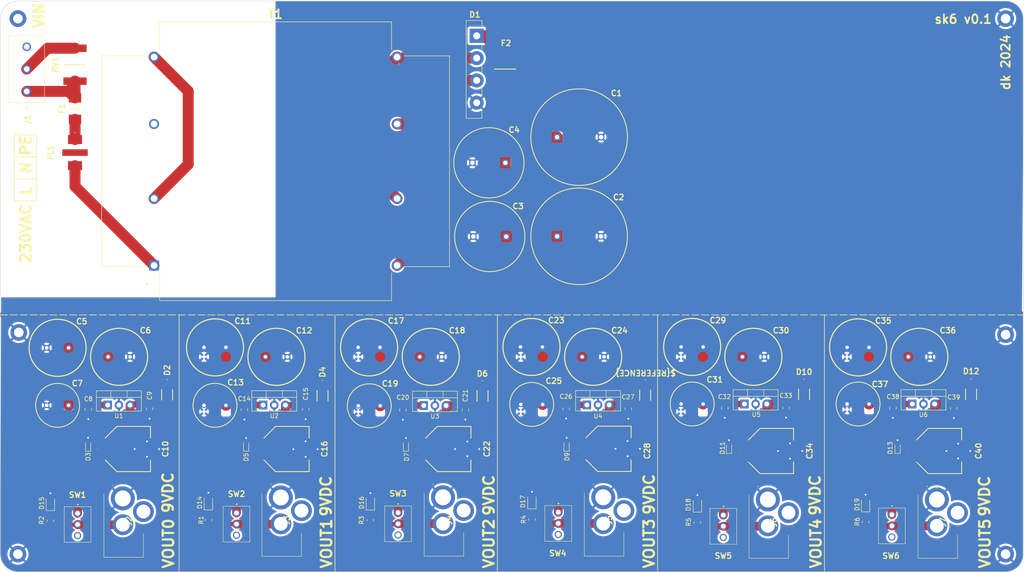
<source format=kicad_pcb>
(kicad_pcb (version 20240108) (generator "pcbnew") (generator_version "8.0")
  (layers (0 "F.Cu" signal) (31 "B.Cu" power) (34 "B.Paste" user) (35 "F.Paste" user) (36 "B.SilkS" user "B.Silkscreen") (37 "F.SilkS" user "F.Silkscreen") (38 "B.Mask" user) (39 "F.Mask" user) (44 "Edge.Cuts" user))
  (net 0 "")
  (net 1 "GND")
  (net 2 "/230VAC/+12VDC")
  (net 3 "/9VDC1/+9VDC")
  (net 4 "/9VDC2/+9VDC")
  (net 5 "/9VDC3/+9VDC")
  (net 6 "/9VDC4/+9VDC")
  (net 7 "/9VDC5/+9VDC")
  (net 8 "/9VDC6/+9VDC")
  (net 9 "Net-(F1-Pad2)")
  (net 10 "/230VAC/+230VAC")
  (net 11 "/230VAC/NEUTRAL")
  (net 12 "Net-(FL1-Pad2)")
  (net 13 "/IND1/VOUT")
  (net 14 "/IND2/VOUT")
  (net 15 "/IND3/VOUT")
  (net 16 "/IND4/VOUT")
  (net 17 "/IND5/VOUT")
  (net 18 "/IND6/VOUT")
  (net 19 "Net-(T1-Pad2)")
  (net 20 "/230VAC/TOUT-")
  (net 21 "/230VAC/TOUT+")
  (net 22 "/230VAC/DOUT+")
  (net 24 "Net-(D14-K)")
  (net 25 "Net-(D15-K)")
  (net 26 "Net-(D16-K)")
  (net 27 "Net-(D17-K)")
  (net 28 "Net-(D18-K)")
  (net 29 "Net-(D19-K)")
  (footprint "barrel-jack:PJ002A" (layer "F.Cu") (at 157.15 135.5537 90)
    (property "Reference" "J5")
    (property "Value" "Barrel_Jack" (hide yes))
  )
  (footprint "polyfuse:FUSC7451X180N" (layer "F.Cu") (at 134.814 38.0037 -90)
    (property "Reference" "F2" (hide yes))
    (property "Value" "Polyfuse" (hide yes))
  )
  (footprint "Capacitor_SMD:C_0805_2012Metric" (layer "F.Cu") (at 111.5 115.65 -90)
    (property "Reference" "C20")
    (property "Value" "0.1u" (hide yes))
  )
  (footprint "barrel-jack:PJ002A" (layer "F.Cu") (at 120.65 135.5537 90)
    (property "Reference" "J4")
    (property "Value" "Barrel_Jack" (hide yes))
  )
  (footprint "Package_TO_SOT_THT:TO-220-3_Vertical" (layer "F.Cu") (at 79.66 114.545)
    (property "Reference" "U2")
    (property "Value" "LM7809_TO220" (hide yes))
  )
  (footprint "switch:200MSP1T1B1M2QEH" (layer "F.Cu") (at 73.6 139.12 -90)
    (property "Reference" "SW2" (hide yes))
    (property "Value" "SW_DIP_x01" (hide yes))
  )
  (footprint "Diode_SMD:D_SOD-523" (layer "F.Cu") (at 148.8 123.8 90)
    (property "Reference" "D9" (hide yes))
    (property "Value" "D_TVS" (hide yes))
  )
  (footprint "Diode_SMD:D_SOD-523" (layer "F.Cu") (at 112.2 123.8 90)
    (property "Reference" "D7")
    (property "Value" "D_TVS" (hide yes))
  )
  (footprint "cap-2200u:CAPPRD750W80D1600H3800" (layer "F.Cu") (at 134.85 59.35 180)
    (property "Reference" "C4" (hide yes))
    (property "Value" "2.2m" (hide yes))
  )
  (footprint "cap-470u:ESH_13X20_" (layer "F.Cu") (at 215.2 101.4 180)
    (property "Reference" "C35" (hide yes))
    (property "Value" "470u" (hide yes))
  )
  (footprint "diode:SE8D20DHM3H" (layer "F.Cu") (at 166.7 112.3 -90)
    (property "Reference" "D8" (hide yes))
    (property "Value" "D" (hide yes))
  )
  (footprint "cap-470u:ESH_13X20_" (layer "F.Cu") (at 68.7 101.4 180)
    (property "Reference" "C11" (hide yes))
    (property "Value" "470u" (hide yes))
  )
  (footprint "fuse:FUSC6125X279N" (layer "F.Cu") (at 36.814 47.0037 -90)
    (property "Reference" "F1" (hide yes))
    (property "Value" "Fuse" (hide yes))
  )
  (footprint "Diode_SMD:D_0805_2012Metric" (layer "F.Cu") (at 67.2 136.7375 90)
    (property "Reference" "D14")
    (property "Value" "LED" (hide yes))
  )
  (footprint "Capacitor_SMD:C_0805_2012Metric" (layer "F.Cu") (at 39.85 115.5537 -90)
    (property "Reference" "C8")
    (property "Value" "0.1u" (hide yes))
  )
  (footprint "fp10-4800:XFMR_FP10-4800" (layer "F.Cu") (at 82.5 59 90)
    (property "Reference" "T1")
    (property "Value" "FP10-4800" (hide yes))
  )
  (footprint "varistor:VARC8250X200N" (layer "F.Cu") (at 36.814 37.0037 90)
    (property "Reference" "RV1" (hide yes))
    (property "Value" "Varistor" (hide yes))
  )
  (footprint "MountingHole:MountingHole_2.2mm_M2_ISO14580_Pad" (layer "F.Cu") (at 23.814 26.5037)
    (property "Reference" "H3" (hide yes))
    (property "Value" "MountingHole_Pad" (hide yes))
  )
  (footprint "MountingHole:MountingHole_2.2mm_M2_ISO14580_Pad" (layer "F.Cu") (at 23.814 148.5037)
    (property "Reference" "H4" (hide yes))
    (property "Value" "MountingHole_Pad" (hide yes))
  )
  (footprint "cap-330u:CAPPRD500W60D1000H2200" (layer "F.Cu") (at 71.2 114.6 180)
    (property "Reference" "C13" (hide yes))
    (property "Value" "330u" (hide yes))
  )
  (footprint "switch:200MSP1T1B1M2QEH" (layer "F.Cu") (at 222.9 139.52 -90)
    (property "Reference" "SW6" (hide yes))
    (property "Value" "SW_DIP_x01" (hide yes))
  )
  (footprint "cap-470u:ESH_13X20_" (layer "F.Cu") (at 140.8 101.3 180)
    (property "Reference" "C23" (hide yes))
    (property "Value" "470u" (hide yes))
  )
  (footprint "Capacitor_SMD:C_0805_2012Metric" (layer "F.Cu") (at 223.151 115.25 -90)
    (property "Reference" "C38")
    (property "Value" "0.1u" (hide yes))
  )
  (footprint "cap-470u:ESH_13X20_" (layer "F.Cu") (at 229.151 103.5537)
    (property "Reference" "C36" (hide yes))
    (property "Value" "470u" (hide yes))
  )
  (footprint "Package_TO_SOT_THT:TO-220-3_Vertical" (layer "F.Cu") (at 153.42 114.5)
    (property "Reference" "U4")
    (property "Value" "LM7809_TO220" (hide yes))
  )
  (footprint "cap-4700u:CAPPRD1000W80D2200H3700" (layer "F.Cu") (at 146.65 53.5)
    (property "Reference" "C1" (hide yes))
    (property "Value" "4.7m" (hide yes))
  )
  (footprint "Resistor_SMD:R_0805_2012Metric" (layer "F.Cu") (at 140.9 140.6 90)
    (property "Reference" "R4")
    (property "Value" "680" (hide yes))
  )
  (footprint "Diode_SMD:D_0805_2012Metric" (layer "F.Cu") (at 140.895 136.4925 90)
    (property "Reference" "D17")
    (property "Value" "LED" (hide yes))
  )
  (footprint "Diode_SMD:D_SOD-523" (layer "F.Cu") (at 75.8 123.8 90)
    (property "Reference" "D5")
    (property "Value" "D_TVS" (hide yes))
  )
  (footprint "cap-470u:ESH_13X20_" (layer "F.Cu") (at 177.4 101.3 180)
    (property "Reference" "C29" (hide yes))
    (property "Value" "470u" (hide yes))
  )
  (footprint "emif:SBSGP5000472MXT" (layer "F.Cu") (at 36.814 57.0287 -90)
    (property "Reference" "FL1" (hide yes))
    (property "Value" "SBSGP5000472MXT" (hide yes))
  )
  (footprint "MountingHole:MountingHole_2.2mm_M2_ISO14580_Pad" (layer "F.Cu") (at 248.814 98.5037)
    (property "Reference" "H2" (hide yes))
    (property "Value" "MountingHole_Pad" (hide yes))
  )
  (footprint "Diode_SMD:D_0805_2012Metric" (layer "F.Cu") (at 104.1 136.7625 90)
    (property "Reference" "D16")
    (property "Value" "LED" (hide yes))
  )
  (footprint "switch:200MSP1T1B1M2QEH" (layer "F.Cu") (at 184.5 139.62 -90)
    (property "Reference" "SW5" (hide yes))
    (property "Value" "SW_DIP_x01" (hide yes))
  )
  (footprint "cap-470u:ESH_13X20_" (layer "F.Cu") (at 82.7 103.5537)
    (property "Reference" "C12" (hide yes))
    (property "Value" "470u" (hide yes))
  )
  (footprint "Capacitor_SMD:C_0805_2012Metric" (layer "F.Cu") (at 237 115.3 -90)
    (property "Reference" "C39")
    (property "Value" "0.1u" (hide yes))
  )
  (footprint "cap-470u:ESH_13X20_" (layer "F.Cu") (at 103.8 101.4 180)
    (property "Reference" "C17" (hide yes))
    (property "Value" "470u" (hide yes))
  )
  (footprint "cap-33u:EEE0JA152UAP" (layer "F.Cu") (at 233.651 125.0037)
    (property "Reference" "C40" (hide yes))
    (property "Value" "33u" (hide yes))
  )
  (footprint "cap-33u:EEE0JA152UAP" (layer "F.Cu") (at 48.85 124.5537)
    (property "Reference" "C10" (hide yes))
    (property "Value" "33u" (hide yes))
  )
  (footprint "diode:SE8D20DHM3H" (layer "F.Cu") (at 93.2 112.4 -90)
    (property "Reference" "D4" (hide yes))
    (property "Value" "D" (hide yes))
  )
  (footprint "cap-470u:ESH_13X20_" (layer "F.Cu") (at 32.85 101.5 180)
    (property "Reference" "C5" (hide yes))
    (property "Value" "470u" (hide yes))
  )
  (footprint "Capacitor_SMD:C_0805_2012Metric" (layer "F.Cu") (at 75.4 115.6 -90)
    (property "Reference" "C14")
    (property "Value" "0.1u" (hide yes))
  )
  (footprint "cap-33u:EEE0JA152UAP" (layer "F.Cu") (at 121.85 124.5537)
    (property "Reference" "C22" (hide yes))
    (property "Value" "33u" (hide yes))
  )
  (footprint "cap-2200u:CAPPRD750W80D1600H3800" (layer "F.Cu") (at 135.05 76.15 180)
    (property "Reference" "C3" (hide yes))
    (property "Value" "2.2m" (hide yes))
  )
  (footprint "barrel-jack:PJ002A" (layer "F.Cu") (at 47.7 135.8 90)
    (property "Reference" "J2")
    (property "Value" "Barrel_Jack" (hide yes))
  )
  (footprint "Resistor_SMD:R_0805_2012Metric" (layer "F.Cu") (at 104.08 140.7625 90)
    (property "Reference" "R3")
    (property "Value" "680" (hide yes))
  )
  (footprint "barrel-jack:PJ002A" (layer "F.Cu") (at 83.7 135.6 90)
    (property "Reference" "J3")
    (property "Value" "Barrel_Jack" (hide yes))
  )
  (footprint "Resistor_SMD:R_0805_2012Metric" (layer "F.Cu") (at 216.9 141.1875 90)
    (property "Reference" "R6")
    (property "Value" "680" (hide yes))
  )
  (footprint "Diode_SMD:D_0805_2012Metric" (layer "F.Cu") (at 216.9 137.1875 90)
    (property "Reference" "D19")
    (property "Value" "LED" (hide yes))
  )
  (footprint "cap-470u:ESH_13X20_" (layer "F.Cu") (at 154.85 103.5537)
    (property "Reference" "C24" (hide yes))
    (property "Value" "470u" (hide yes))
  )
  (footprint "MountingHole:MountingHole_2.2mm_M2_ISO14580_Pad" (layer "F.Cu") (at 24 98)
    (property "Reference" "H1" (hide yes))
    (property "Value" "MountingHole_Pad" (hide yes))
  )
  (footprint "barrel-jack:PJ002A" (layer "F.Cu") (at 194.65 136.0537 90)
    (property "Reference" "J6")
    (property "Value" "Barrel_Jack" (hide yes))
  )
  (footprint "Diode_SMD:D_0805_2012Metric" (layer "F.Cu") (at 178.6 137.2475 90)
    (property "Reference" "D18")
    (property "Value" "LED" (hide yes))
  )
  (footprint "diode:SE8D20DHM3H" (layer "F.Cu") (at 240.951 112.1 -90)
    (property "Reference" "D12" (hide yes))
    (property "Value" "D" (hide yes))
  )
  (footprint "Diode_SMD:D_SOD-523" (layer "F.Cu") (at 224.2 124.3 90)
    (property "Reference" "D13" (hide yes))
    (property "Value" "D_TVS" (hide yes))
  )
  (footprint "Diode_SMD:D_0805_2012Metric" (layer "F.Cu") (at 31.2 136.8875 90)
    (property "Reference" "D15")
    (property "Value" "LED" (hide yes))
  )
  (footprint "switch:200MSP1T1B1M2QEH" (layer "F.Cu") (at 110.4 139.06 -90)
    (property "Reference" "SW3" (hide yes))
    (property "Value" "SW_DIP_x01" (hide yes))
  )
  (footprint "cap-470u:ESH_13X20_" (layer "F.Cu") (at 191.35 103.5537)
    (property "Reference" "C30" (hide yes))
    (property "Value" "470u" (hide yes))
  )
  (footprint "cap-470u:ESH_13X20_" (layer "F.Cu") (at 117.85 103.5537)
    (property "Reference" "C18" (hide yes))
    (property "Value" "470u" (hide yes))
  )
  (footprint "Capacitor_SMD:C_0805_2012Metric" (layer "F.Cu") (at 53.8 115.4 -90)
    (property "Reference" "C9")
    (property "Value" "0.1u" (hide yes))
  )
  (footprint "Capacitor_SMD:C_0805_2012Metric" (layer "F.Cu") (at 184.85 115.25 -90)
    (property "Reference" "C32")
    (property "Value" "0.1u" (hide yes))
  )
  (footprint "Capacitor_SMD:C_0805_2012Metric" (layer "F.Cu") (at 162.85 115.4 -90)
    (property "Reference" "C27")
    (property "Value" "0.1u" (hide yes))
  )
  (footprint "diode:SE8D20DHM3H" (layer "F.Cu") (at 57.8 112.2 -90)
    (property "Reference" "D2" (hide yes))
    (property "Value" "D" (hide yes))
  )
  (footprint "Capacitor_SMD:C_0805_2012Metric" (layer "F.Cu") (at 148.7 115.4 -90)
    (property "Reference" "C26")
    (property "Value" "0.1u" (hide yes))
  )
  (footprint "cap-33u:EEE0JA152UAP" (layer "F.Cu") (at 158.35 124.5037)
    (property "Reference" "C28" (hide yes))
    (property "Value" "33u" (hide yes))
  )
  (footprint "cap-330u:CAPPRD500W60D1000H2200" (layer "F.Cu") (at 106.35 114.7 180)
    (property "Reference" "C19")
    (property "Value" "330u" (hide yes))
  )
  (footprint "MountingHole:MountingHole_2.2mm_M2_ISO14580_Pad" (layer "F.Cu") (at 248.814 26.5037)
    (property "Reference" "H6" (hide yes))
    (property "Value" "MountingHole_Pad" (hide yes))
  )
  (footprint "cap-4700u:CAPPRD1000W80D2200H3700" (layer "F.Cu") (at 146.65 76.1)
    (property "Reference" "C2" (hide yes))
    (property "Value" "4.7m" (hide yes))
  )
  (footprint "Capacitor_SMD:C_0805_2012Metric" (layer "F.Cu") (at 125.75 115.6463 -90)
    (property "Reference" "C21")
    (property "Value" "0.1u" (hide yes))
  )
  (footprint "Package_TO_SOT_THT:TO-220-3_Vertical" (layer "F.Cu") (at 189.32 114.3)
    (property "Reference" "U5")
    (property "Value" "LM7809_TO220" (hide yes))
  )
  (footprint "conn-5430373:5430373" (layer "F.Cu") (at 25.814 43.0837 90)
    (property "Reference" "J1" (hide yes))
    (property "Value" "AC" (hide yes))
  )
  (footprint "Capacitor_SMD:C_0805_2012Metric" (layer "F.Cu") (at 198.8 115.2 -90)
    (property "Reference" "C33")
    (property "Value" "0.1u" (hide yes))
  )
  (footprint "Diode_SMD:D_SOD-523" (layer "F.Cu") (at 185.8 124.3 90)
    (property "Reference" "D11")
    (property "Value" "D_TVS" (hide yes))
  )
  (footprint "Resistor_SMD:R_0805_2012Metric" (layer "F.Cu") (at 67.2 140.7375 90)
    (property "Reference" "R1")
    (property "Value" "680" (hide yes))
  )
  (footprint "Package_TO_SOT_THT:TO-220-3_Vertical" (layer "F.Cu") (at 44.27 114.545)
    (property "Reference" "U1")
    (property "Value" "LM7809_TO220" (hide yes))
  )
  (footprint "cap-330u:CAPPRD500W60D1000H2200" (layer "F.Cu") (at 35.35 114.6 180)
    (property "Reference" "C7" (hide yes))
    (property "Value" "330u" (hide yes))
  )
  (footprint "cap-33u:EEE0JA152UAP" (layer "F.Cu") (at 195.35 125.0037)
    (property "Reference" "C34" (hide yes))
    (property "Value" "33u" (hide yes))
  )
  (footprint "switch:200MSP1T1B1M2QEH" (layer "F.Cu") (at 37.4 139.2 -90)
    (property "Reference" "SW1" (hide yes))
    (property "Value" "SW_DIP_x01" (hide yes))
  )
  (footprint "cap-330u:CAPPRD500W60D1000H2200" (layer "F.Cu") (at 217.7 114.3 180)
    (property "Reference" "C37" (hide yes))
    (property "Value" "330u" (hide yes))
  )
  (footprint "Package_TO_SOT_THT:TO-220-3_Vertical" (layer "F.Cu") (at 116.27 114.6463)
    (property "Reference" "U3")
    (property "Value" "LM7809_TO220" (hide yes))
  )
  (footprint "cap-33u:EEE0JA152UAP" (layer "F.Cu") (at 85 124.5537)
    (property "Reference" "C16" (hide yes))
    (property "Value" "33u" (hide yes))
  )
  (footprint "Package_TO_SOT_THT:TO-220-3_Vertical" (layer "F.Cu") (at 227.56 114.3)
    (property "Reference" "U6")
    (property "Value" "LM7809_TO220" (hide yes))
  )
  (footprint "cap-470u:ESH_13X20_" (layer "F.Cu") (at 46.85 103.5537)
    (property "Reference" "C6" (hide yes))
    (property "Value" "470u" (hide yes))
  )
  (footprint "diode:SE8D20DHM3H" (layer "F.Cu") (at 202.9 112.1 -90)
    (property "Reference" "D10" (hide yes))
    (property "Value" "D" (hide yes))
  )
  (footprint "MountingHole:MountingHole_2.2mm_M2_ISO14580_Pad" (layer "F.Cu") (at 248.814 148.5037)
    (property "Reference" "H5" (hide yes))
    (property "Value" "MountingHole_Pad" (hide yes))
  )
  (footprint "barrel-jack:PJ002A" (layer "F.Cu") (at 233.151 136.0537 90)
    (property "Reference" "J7")
    (property "Value" "Barrel_Jack" (hide yes))
  )
  (footprint "Resistor_SMD:R_0805_2012Metric" (layer "F.Cu") (at 31.2 140.8875 90)
    (property "Reference" "R2")
    (property "Value" "680" (hide yes))
  )
  (footprint "Resistor_SMD:R_0805_2012Metric" (layer "F.Cu") (at 178.6 141.2875 90)
    (property "Reference" "R5")
    (property "Value" "680" (hide yes))
  )
  (footprint "Diode_SMD:D_SOD-523" (layer "F.Cu") (at 39.8 123.8 90)
    (property "Reference" "D3")
    (property "Value" "D_TVS" (hide yes))
  )
  (footprint "Capacitor_SMD:C_0805_2012Metric" (layer "F.Cu") (at 89.35 115.5037 -90)
    (property "Reference" "C15")
    (property "Value" "0.1u" (hide yes))
  )
  (footprint "cap-330u:CAPPRD500W60D1000H2200" (layer "F.Cu") (at 179.9 114.3 180)
    (property "Reference" "C31" (hide yes))
    (property "Value" "330u" (hide yes))
  )
  (footprint "switch:200MSP1T1B1M2QEH" (layer "F.Cu") (at 146.9 138.96 -90)
    (property "Reference" "SW4" (hide yes))
    (property "Value" "SW_DIP_x01" (hide yes))
  )
  (footprint "Diode_THT:Diode_Bridge_Vishay_GBU" (layer "F.Cu") (at 128.314 30.4237 -90)
    (property "Reference" "D1")
    (property "Value" "B25C5000" (hide yes))
  )
  (footprint "diode:SE8D20DHM3H" (layer "F.Cu") (at 129.65 112.45 -90)
    (property "Reference" "D6" (hide yes))
    (property "Value" "D" (hide yes))
  )
  (footprint "cap-330u:CAPPRD500W60D1000H2200" (layer "F.Cu") (at 143.35 114.4 180)
    (property "Reference" "C25" (hide yes))
    (property "Value" "330u" (hide yes))
  )
  (gr_line (start 23 58) (end 23 68) (stroke (width 0.15)) (layer "F.SilkS"))
  (gr_line (start 133.036 94) (end 133.036 152.5) (stroke (width 0.15)) (layer "F.SilkS"))
  (gr_line (start 28 58) (end 28 53) (stroke (width 0.15)) (layer "F.SilkS"))
  (gr_line (start 23 63) (end 28 63) (stroke (width 0.15)) (layer "F.SilkS"))
  (gr_line (start 23 68) (end 28 68) (stroke (width 0.15)) (layer "F.SilkS"))
  (gr_line (start 96.036 94) (end 96.036 152.5) (stroke (width 0.15)) (layer "F.SilkS"))
  (gr_line (start 19.8 94) (end 252.8 94) (stroke (width 0.15) (type dash)) (layer "F.SilkS"))
  (gr_line (start 23 53) (end 23 58) (stroke (width 0.15)) (layer "F.SilkS"))
  (gr_line (start 28 58) (end 23 58) (stroke (width 0.15)) (layer "F.SilkS"))
  (gr_line (start 60.536 94) (end 60.536 152.5) (stroke (width 0.15)) (layer "F.SilkS"))
  (gr_line (start 28 68) (end 28 58) (stroke (width 0.15)) (layer "F.SilkS"))
  (gr_line (start 207.536 94) (end 207.536 152.5) (stroke (width 0.15)) (layer "F.SilkS"))
  (gr_line (start 169.536 94) (end 169.536 152.5) (stroke (width 0.15)) (layer "F.SilkS"))
  (gr_line (start 28 53) (end 23 53) (stroke (width 0.15)) (layer "F.SilkS"))
  (gr_line (start 19.814 148.5037) (end 19.814 26.5037) (stroke (width 0.1)) (layer "Edge.Cuts"))
  (gr_arc (start 252.814 148.5037) (mid 251.642427 151.332127) (end 248.814 152.5037) (stroke (width 0.1)) (layer "Edge.Cuts"))
  (gr_line (start 23.814 152.5037) (end 248.814 152.5037) (stroke (width 0.1)) (layer "Edge.Cuts"))
  (gr_arc (start 23.814 152.5037) (mid 20.985573 151.332127) (end 19.814 148.5037) (stroke (width 0.1)) (layer "Edge.Cuts"))
  (gr_arc (start 19.814 26.5037) (mid 20.985573 23.675273) (end 23.814 22.5037) (stroke (width 0.1)) (layer "Edge.Cuts"))
  (gr_arc (start 248.814 22.5037) (mid 251.642427 23.675273) (end 252.814 26.5037) (stroke (width 0.1)) (layer "Edge.Cuts"))
  (gr_line (start 23.814 22.5037) (end 248.814 22.5037) (stroke (width 0.1)) (layer "Edge.Cuts"))
  (gr_line (start 252.814 148.5037) (end 252.814 26.5037) (stroke (width 0.1)) (layer "Edge.Cuts"))
  (gr_text "9VDC" (at 95.4 140.2 90) (layer "F.SilkS") (effects (font (size 2.4 2.4) (thickness 0.5) (bold yes)) (justify left bottom)))
  (gr_text "VIN" (at 30 29 90) (layer "F.SilkS") (effects (font (size 2.4 2.4) (thickness 0.5) (bold yes)) (justify left bottom)))
  (gr_text "VOUT5" (at 245.5 152 90) (layer "F.SilkS") (effects (font (size 2.4 2.4) (thickness 0.5) (bold yes)) (justify left bottom)))
  (gr_text "VOUT3" (at 169 152 90) (layer "F.SilkS") (effects (font (size 2.4 2.4) (thickness 0.5) (bold yes)) (justify left bottom)))
  (gr_text "L" (at 27 67 90) (layer "F.SilkS") (effects (font (size 2.4 2.4) (thickness 0.5) (bold yes)) (justify left bottom)))
  (gr_text "${REFERENCE}" (at 166.8 107.2 180) (layer "F.SilkS") (effects (font (size 1.27 1.27) (thickness 0.254))))
  (gr_text "sk6 v0.1" (at 232.4 27.8 0) (layer "F.SilkS") (effects (font (size 2 2) (thickness 0.4) (bold yes)) (justify left bottom)))
  (gr_text "VOUT0" (at 59.5 152 90) (layer "F.SilkS") (effects (font (size 2.4 2.4) (thickness 0.5) (bold yes)) (justify left bottom)))
  (gr_text "SW1" (at 37.4 135 0) (layer "F.SilkS") (effects (font (size 1.27 1.27) (thickness 0.254))))
  (gr_text "PE\n" (at 27 58 90) (layer "F.SilkS") (effects (font (size 2.4 2.4) (thickness 0.5) (bold yes)) (justify left bottom)))
  (gr_text "9VDC" (at 245.4 140.2 90) (layer "F.SilkS") (effects (font (size 2.4 2.4) (thickness 0.5) (bold yes)) (justify left bottom)))
  (gr_text "9VDC" (at 169 139.8 90) (layer "F.SilkS") (effects (font (size 2.4 2.4) (thickness 0.5) (bold yes)) (justify left bottom)))
  (gr_text "VOUT1" (at 95.5 152 90) (layer "F.SilkS") (effects (font (size 2.4 2.4) (thickness 0.5) (bold yes)) (justify left bottom)))
  (gr_text "9VDC" (at 59.4 139.4 90) (layer "F.SilkS") (effects (font (size 2.4 2.4) (thickness 0.5) (bold yes)) (justify left bottom)))
  (gr_text "dk 2024" (at 250 43 90) (layer "F.SilkS") (effects (font (size 2 2) (thickness 0.4) (bold yes)) (justify left bottom)))
  (gr_text "N\n" (at 27 62 90) (layer "F.SilkS") (effects (font (size 2.4 2.4) (thickness 0.5) (bold yes)) (justify left bottom)))
  (gr_text "9VDC" (at 132.5 140 90) (layer "F.SilkS") (effects (font (size 2.4 2.4) (thickness 0.5) (bold yes)) (justify left bottom)))
  (gr_text "230VAC" (at 27 82.5 90) (layer "F.SilkS") (effects (font (size 2.4 2.4) (thickness 0.5) (bold yes)) (justify left bottom)))
  (gr_text "VOUT4" (at 207 152 90) (layer "F.SilkS") (effects (font (size 2.4 2.4) (thickness 0.5) (bold yes)) (justify left bottom)))
  (gr_text "9VDC" (at 206.8 140 90) (layer "F.SilkS") (effects (font (size 2.4 2.4) (thickness 0.5) (bold yes)) (justify left bottom)))
  (gr_text "VOUT2" (at 132.5 152 90) (layer "F.SilkS") (effects (font (size 2.4 2.4) (thickness 0.5) (bold yes)) (justify left bottom)))
  (segment (start 148.8 123.1) (end 148.8 122) (width 1) (layer "F.Cu") (net 1))
  (segment (start 238.001 125.0037) (end 240.7463 125.0037) (width 1) (layer "F.Cu") (net 1))
  (segment (start 140.895 134.305) (end 140.9 134.3) (width 1) (layer "F.Cu") (net 1))
  (segment (start 223.15 117.45) (end 223.15 116.201) (width 1) (layer "F.Cu") (net 1))
  (segment (start 53.2 122.8) (end 53.2 124.5537) (width 1) (layer "F.Cu") (net 1))
  (segment (start 235.3 125) (end 237.9973 125) (width 1) (layer "F.Cu") (net 1))
  (segment (start 104.1 134.6) (end 104.1 135.825) (width 1) (layer "F.Cu") (net 1))
  (segment (start 67.2 134.5) (end 67.2 135.8) (width 1) (layer "F.Cu") (net 1))
  (segment (start 89.3963 124.6) (end 89.35 124.5537) (width 1) (layer "F.Cu") (net 1))
  (segment (start 53.2037 124.55) (end 53.2 124.5537) (width 1) (layer "F.Cu") (net 1))
  (segment (start 89.35 126.35) (end 89.35 124.5537) (width 1) (layer "F.Cu") (net 1))
  (segment (start 238 125.0027) (end 238.001 125.0037) (width 1) (layer "F.Cu") (net 1))
  (segment (start 86.55 124.6) (end 89.3037 124.6) (width 1) (layer "F.Cu") (net 1))
  (segment (start 199.7 125.0037) (end 199.7 123.3) (width 1) (layer "F.Cu") (net 1))
  (segment (start 199.7 125.0037) (end 196.9537 125.0037) (width 1) (layer "F.Cu") (net 1))
  (segment (start 223.15 116.201) (end 223.151 116.2) (width 1) (layer "F.Cu") (net 1))
  (segment (start 89.3037 124.6) (end 89.35 124.5537) (width 1) (layer "F.Cu") (net 1))
  (segment (start 39.8 122) (end 39.8 123.1) (width 1) (layer "F.Cu") (net 1))
  (segment (start 159.9537 124.5037) (end 159.95 124.5) (width 1) (layer "F.Cu") (net 1))
  (segment (start 178.6 136.31) (end 178.6 135.05) (width 1) (layer "F.Cu") (net 1))
  (segment (start 162.7 124.5037) (end 159.9537 124.5037) (width 1) (layer "F.Cu") (net 1))
  (segment (start 111.5 117.9) (end 111.5 116.6) (width 1) (layer "F.Cu") (net 1))
  (segment (start 162.7 124.5037) (end 165.4963 124.5037) (width 1) (layer "F.Cu") (net 1))
  (segment (start 199.7 126.75) (end 199.7 125.0037) (width 1) (layer "F.Cu") (net 1))
  (segment (start 123.4 124.55) (end 126.1963 124.55) (width 1) (layer "F.Cu") (net 1))
  (segment (start 162.7 124.5037) (end 162.7 122.75) (width 1) (layer "F.Cu") (net 1))
  (segment (start 140.895 135.555) (end 140.895 134.305) (width 1) (layer "F.Cu") (net 1))
  (segment (start 50.4 124.55) (end 53.1963 124.55) (width 1) (layer "F.Cu") (net 1))
  (segment (start 202.5 125) (end 199.7037 125) (width 1) (layer "F.Cu") (net 1))
  (segment (start 126.2 126.2) (end 126.2 124.5537) (width 1) (layer "F.Cu") (net 1))
  (segment (start 196.9537 125.0037) (end 196.95 125) (width 1) (layer "F.Cu") (net 1))
  (segment (start 75.8 122.05) (end 75.8 123.1) (width 1) (layer "F.Cu") (net 1))
  (segment (start 240.7463 125.0037) (end 240.75 125) (width 1) (layer "F.Cu") (net 1))
  (segment (start 112.2 122.05) (end 112.2 123.1) (width 1) (layer "F.Cu") (net 1))
  (segment (start 224.2 123.6) (end 224.2 122.55) (width 1) (layer "F.Cu") (net 1))
  (segment (start 126.2 122.85) (end 126.2 124.5537) (width 1) (layer "F.Cu") (net 1))
  (segment (start 92.1 124.6) (end 89.3963 124.6) (width 1) (layer "F.Cu") (net 1))
  (segment (start 237 117.5) (end 237 116.25) (width 1) (layer "F.Cu") (net 1))
  (segment (start 89.35 122.8) (end 89.35 124.5537) (width 1) (layer "F.Cu") (net 1))
  (segment (start 39.85 117.75) (end 39.85 116.5037) (width 1) (layer "F.Cu") (net 1))
  (segment (start 238.001 126.699) (end 238 126.7) (width 1) (layer "F.Cu") (net 1))
  (segment (start 165.4963 124.5037) (end 165.5 124.5) (width 1) (layer "F.Cu") (net 1))
  (segment (start 53.1963 124.55) (end 53.2 124.5537) (width 1) (layer "F.Cu") (net 1))
  (segment (start 148.7 117.6) (end 148.7 116.35) (width 1) (layer "F.Cu") (net 1))
  (segment (start 89.35 117.75) (end 89.35 116.4537) (width 1) (layer "F.Cu") (net 1))
  (segment (start 216.9 136.25) (end 216.9 134.95) (width 1) (layer "F.Cu") (net 1))
  (segment (start 53.8 117.65) (end 53.8 116.35) (width 1) (layer "F.Cu") (net 1))
  (segment (start 184.85 117.45) (end 184.85 116.2) (width 1) (layer "F.Cu") (net 1))
  (segment (start 75.4 117.85) (end 75.4 116.55) (width 1) (layer "F.Cu") (net 1))
  (segment (start 237.9973 125) (end 238.001 125.0037) (width 1) (layer "F.Cu") (net 1))
  (segment (start 53.2 126.3) (end 53.2 124.5537) (width 1) (layer "F.Cu") (net 1))
  (segment (start 31.2 134.65) (end 31.2 135.95) (width 1) (layer "F.Cu") (net 1))
  (segment (start 128.9 124.55) (end 126.2037 124.55) (width 1) (layer "F.Cu") (net 1))
  (segment (start 162.7 126.2) (end 162.7 124.5037) (width 1) (layer "F.Cu") (net 1))
  (segment (start 185.8 123.6) (end 185.8 122.55) (width 1) (layer "F.Cu") (net 1))
  (segment (start 55.95 124.55) (end 53.2037 124.55) (width 1) (layer "F.Cu") (net 1))
  (segment (start 198.8 117.4) (end 198.8 116.15) (width 1) (layer "F.Cu") (net 1))
  (segment (start 125.75 117.85) (end 125.75 116.5963) (width 1) (layer "F.Cu") (net 1))
  (segment (start 238.001 125.0037) (end 238.001 126.699) (width 1) (layer "F.Cu") (net 1))
  (segment (start 126.2037 124.55) (end 126.2 124.5537) (width 1) (layer "F.Cu") (net 1))
  (segment (start 126.1963 124.55) (end 126.2 124.5537) (width 1) (layer "F.Cu") (net 1))
  (segment (start 199.7037 125) (end 199.7 125.0037) (width 1) (layer "F.Cu") (net 1))
  (segment (start 238 123.35) (end 238 125.0027) (width 1) (layer "F.Cu") (net 1))
  (segment (start 162.85 117.65) (end 162.85 116.35) (width 1) (layer "F.Cu") (net 1))
  (via (at 165.5 124.5) (size 0.8) (drill 0.4) (layers "F.Cu" "B.Cu") (net 1))
  (via (at 89.35 117.75) (size 0.8) (drill 0.4) (layers "F.Cu" "B.Cu") (net 1))
  (via (at 39.8 122) (size 0.8) (drill 0.4) (layers "F.Cu" "B.Cu") (net 1))
  (via (at 184.85 117.45) (size 0.8) (drill 0.4) (layers "F.Cu" "B.Cu") (net 1))
  (via (at 50.4 124.55) (size 0.8) (drill 0.4) (layers "F.Cu" "B.Cu") (net 1))
  (via (at 126.2 126.2) (size 0.8) (drill 0.4) (layers "F.Cu" "B.Cu") (net 1))
  (via (at 53.8 117.65) (size 0.8) (drill 0.4) (layers "F.Cu" "B.Cu") (net 1))
  (via (at 75.8 122.05) (size 0.8) (drill 0.4) (layers "F.Cu" "B.Cu") (net 1))
  (via (at 39.85 117.75) (size 0.8) (drill 0.4) (layers "F.Cu" "B.Cu") (net 1))
  (via (at 224.2 122.55) (size 0.8) (drill 0.4) (layers "F.Cu" "B.Cu") (net 1))
  (via (at 162.7 122.75) (size 0.8) (drill 0.4) (layers "F.Cu" "B.Cu") (net 1))
  (via (at 148.7 117.6) (size 0.8) (drill 0.4) (layers "F.Cu" "B.Cu") (net 1))
  (via (at 126.2 122.85) (size 0.8) (drill 0.4) (layers "F.Cu" "B.Cu") (net 1))
  (via (at 112.2 122.05) (size 0.8) (drill 0.4) (layers "F.Cu" "B.Cu") (net 1))
  (via (at 89.35 126.35) (size 0.8) (drill 0.4) (layers "F.Cu" "B.Cu") (net 1))
  (via (at 53.2 122.8) (size 0.8) (drill 0.4) (layers "F.Cu" "B.Cu") (net 1))
  (via (at 92.1 124.6) (size 0.8) (drill 0.4) (layers "F.Cu" "B.Cu") (net 1))
  (via (at 53.2 126.3) (size 0.8) (drill 0.4) (layers "F.Cu" "B.Cu") (net 1))
  (via (at 235.3 125) (size 0.8) (drill 0.4) (layers "F.Cu" "B.Cu") (net 1))
  (via (at 140.9 134.3) (size 0.8) (drill 0.4) (layers "F.Cu" "B.Cu") (net 1))
  (via (at 223.15 117.45) (size 0.8) (drill 0.4) (layers "F.Cu" "B.Cu") (net 1))
  (via (at 240.75 125) (size 0.8) (drill 0.4) (layers "F.Cu" "B.Cu") (net 1))
  (via (at 162.7 126.2) (size 0.8) (drill 0.4) (layers "F.Cu" "B.Cu") (net 1))
  (via (at 67.2 134.5) (size 0.8) (drill 0.4) (layers "F.Cu" "B.Cu") (net 1))
  (via (at 162.85 117.65) (size 0.8) (drill 0.4) (layers "F.Cu" "B.Cu") (net 1))
  (via (at 238 126.7) (size 0.8) (drill 0.4) (layers "F.Cu" "B.Cu") (net 1))
  (via (at 238 123.35) (size 0.8) (drill 0.4) (layers "F.Cu" "B.Cu") (net 1))
  (via (at 185.8 122.55) (size 0.8) (drill 0.4) (layers "F.Cu" "B.Cu") (net 1))
  (via (at 199.7 123.3) (size 0.8) (drill 0.4) (layers "F.Cu" "B.Cu") (net 1))
  (via (at 89.35 122.8) (size 0.8) (drill 0.4) (layers "F.Cu" "B.Cu") (net 1))
  (via (at 75.4 117.85) (size 0.8) (drill 0.4) (layers "F.Cu" "B.Cu") (net 1))
  (via (at 148.8 122) (size 0.8) (drill 0.4) (layers "F.Cu" "B.Cu") (net 1))
  (via (at 128.9 124.55) (size 0.8) (drill 0.4) (layers "F.Cu" "B.Cu") (net 1))
  (via (at 159.95 124.5) (size 0.8) (drill 0.4) (layers "F.Cu" "B.Cu") (net 1))
  (via (at 31.2 134.65) (size 0.8) (drill 0.4) (layers "F.Cu" "B.Cu") (net 1))
  (via (at 123.4 124.55) (size 0.8) (drill 0.4) (layers "F.Cu" "B.Cu") (net 1))
  (via (at 86.55 124.6) (size 0.8) (drill 0.4) (layers "F.Cu" "B.Cu") (net 1))
  (via (at 125.75 117.85) (size 0.8) (drill 0.4) (layers "F.Cu" "B.Cu") (net 1))
  (via (at 198.8 117.4) (size 0.8) (drill 0.4) (layers "F.Cu" "B.Cu") (net 1))
  (via (at 178.6 135.05) (size 0.8) (drill 0.4) (layers "F.Cu" "B.Cu") (net 1))
  (via (at 104.1 134.6) (size 0.8) (drill 0.4) (layers "F.Cu" "B.Cu") (net 1))
  (via (at 237 117.5) (size 0.8) (drill 0.4) (layers "F.Cu" "B.Cu") (net 1))
  (via (at 55.95 124.55) (size 0.8) (drill 0.4) (layers "F.Cu" "B.Cu") (net 1))
  (via (at 196.95 125) (size 0.8) (drill 0.4) (layers "F.Cu" "B.Cu") (net 1))
  (via (at 216.9 134.95) (size 0.8) (drill 0.4) (layers "F.Cu" "B.Cu") (net 1))
  (via (at 202.5 125) (size 0.8) (drill 0.4) (layers "F.Cu" "B.Cu") (net 1))
  (via (at 111.5 117.9) (size 0.8) (drill 0.4) (layers "F.Cu" "B.Cu") (net 1))
  (via (at 199.7 126.75) (size 0.8) (drill 0.4) (layers "F.Cu" "B.Cu") (net 1))
  (segment (start 21.064 93.95) (end 146.7 93.95) (width 2.5) (layer "F.Cu") (net 2))
  (segment (start 35.35 101.5) (end 44.25 101.5) (width 2.5) (layer "F.Cu") (net 2))
  (segment (start 226.651 103.5537) (end 232.9973 109.9) (width 2.5) (layer "F.Cu") (net 2))
  (segment (start 106.3 94.1) (end 106.4 94) (width 2.5) (layer "F.Cu") (net 2))
  (segment (start 217.7 101.4) (end 217.7 114.3) (width 2.5) (layer "F.Cu") (net 2))
  (segment (start 80.2 103.5537) (end 86.8463 110.2) (width 2.5) (layer "F.Cu") (net 2))
  (segment (start 135.1 76.1) (end 135.05 76.15) (width 2.5) (layer "F.Cu") (net 2))
  (segment (start 44.35 101.4) (end 44.35 94.05) (width 2.5) (layer "F.Cu") (net 2))
  (segment (start 71.2 94.05) (end 71.25 94) (width 2.5) (layer "F.Cu") (net 2))
  (segment (start 152.35 101.3) (end 152.35 93.95) (width 2.5) (layer "F.Cu") (net 2))
  (segment (start 106.3 114.65) (end 106.35 114.7) (width 2.5) (layer "F.Cu") (net 2))
  (segment (start 44.35 94.05) (end 44.3 94) (width 2.5) (layer "F.Cu") (net 2))
  (segment (start 146.65 53.5) (end 146.65 76.1) (width 2.5) (layer "F.Cu") (net 2))
  (segment (start 115.35 94) (end 106.4 94) (width 2.5) (layer "F.Cu") (net 2))
  (segment (start 35.3537 114.6037) (end 35.35 114.6) (width 1.5) (layer "F.Cu") (net 2))
  (segment (start 217.6 93.95) (end 226.65 93.95) (width 2.5) (layer "F.Cu") (net 2))
  (segment (start 188.75 101.3) (end 188.85 101.2) (width 2.5) (layer "F.Cu") (net 2))
  (segment (start 143.3 101.3) (end 152.35 101.3) (width 2.5) (layer "F.Cu") (net 2))
  (segment (start 202.9 109.9) (end 202.9 93.95) (width 2.5) (layer "F.Cu") (net 2))
  (segment (start 44.25 101.5) (end 44.35 101.4) (width 2.5) (layer "F.Cu") (net 2))
  (segment (start 143.3 94.05) (end 143.3 101.3) (width 2.5) (layer "F.Cu") (net 2))
  (segment (start 179.85 93.95) (end 179.85 95.35) (width 2.5) (layer "F.Cu") (net 2))
  (segment (start 240.951 109.9) (end 240.951 94.049) (width 2.5) (layer "F.Cu") (net 2))
  (segment (start 134.814 40.8937) (end 134.814 53.6) (width 2.5) (layer "F.Cu") (net 2))
  (segment (start 50.7963 110) (end 57.8 110) (width 2.5) (layer "F.Cu") (net 2))
  (segment (start 143.5 76.1) (end 135.1 76.1) (width 2.5) (layer "F.Cu") (net 2))
  (segment (start 135.05 94) (end 129.6 94) (width 2.5) (layer "F.Cu") (net 2))
  (segment (start 217.7 101.4) (end 217.7 94.05) (width 2.5) (layer "F.Cu") (net 2))
  (segment (start 153.42 114.5) (end 148.75 114.5) (width 1.5) (layer "F.Cu") (net 2))
  (segment (start 106.4 94) (end 93.2 94) (width 2.5) (layer "F.Cu") (net 2))
  (segment (start 115.35 103.5537) (end 122.0463 110.25) (width 2.5) (layer "F.Cu") (net 2))
  (segment (start 44.27 114.545) (end 35.405 114.545) (width 1.5) (layer "F.Cu") (net 2))
  (segment (start 143.35 94) (end 143.35 76.25) (width 2.5) (layer "F.Cu") (net 2))
  (segment (start 217.7 94.05) (end 217.6 93.95) (width 2.5) (layer "F.Cu") (net 2))
  (segment (start 189.32 114.3) (end 184.85 114.3) (width 1.5) (layer "F.Cu") (net 2))
  (segment (start 148.7 114.45) (end 143.4 114.45) (width 1.5) (layer "F.Cu") (net 2))
  (segment (start 57.75 94) (end 44.3 94) (width 2.5) (layer "F.Cu") (net 2))
  (segment (start 135.05 76.15) (end 135.05 94) (width 2.5) (layer "F.Cu") (net 2))
  (segment (start 226.651 103.5537) (end 226.651 101.3) (width 2.5) (layer "F.Cu") (net 2))
  (segment (start 44.35 103.5537) (end 50.7963 110) (width 2.5) (layer "F.Cu") (net 2))
  (segment (start 35.35 94) (end 21.064 94) (width 2.5) (layer "F.Cu") (net 2))
  (segment (start 129.6 94) (end 115.35 94) (width 2.5) (layer "F.Cu") (net 2))
  (segment (start 146.65 76.1) (end 143.5 76.1) (width 2.5) (layer "F.Cu") (net 2))
  (segment (start 71.2 101.4) (end 71.2 94.05) (width 2.5) (layer "F.Cu") (net 2))
  (segment (start 179.9 101.3) (end 179.9 114.3) (width 2.5) (layer "F.Cu") (net 2))
  (segment (start 152.35 103.5537) (end 158.8963 110.1) (width 2.5) (layer "F.Cu") (net 2))
  (segment (start 57.8 94.05) (end 57.75 94) (width 2.5) (layer "F.Cu") (net 2))
  (segment (start 93.2 110.2) (end 93.2 94) (width 2.5) (layer "F.Cu") (net 2))
  (segment (start 106.3 101.4) (end 106.3 94.1) (width 2.5) (layer "F.Cu") (net 2))
  (segment (start 226.551 101.4) (end 226.651 101.3) (width 2.5) (layer "F.Cu") (net 2))
  (segment (start 179.85 93.95) (end 188.85 93.95) (width 2.5) (layer "F.Cu") (net 2))
  (segment (start 166.7 93.95) (end 179.85 93.95) (width 2.5) (layer "F.Cu") (net 2))
  (segment (start 188.85 101.2) (end 188.85 93.95) (width 2.5) (layer "F.Cu") (net 2))
  (segment (start 129.65 94.05) (end 129.6 94) (width 2.5) (layer "F.Cu") (net 2))
  (segment (start 146.65 93.9) (end 146.7 93.95) (width 2.5) (layer "F.Cu") (net 2))
  (segment (start 143.35 94) (end 143.3 94.05) (width 2.5) (layer "F.Cu") (net 2))
  (segment (start 71.25 94) (end 57.75 94) (width 2.5) (layer "F.Cu") (net 2))
  (segment (start 143.3 114.35) (end 143.35 114.4) (width 2.5) (layer "F.Cu") (net 2))
  (segment (start 106.3 101.4) (end 115.35 101.4) (width 2.5) (layer "F.Cu") (net 2))
  (segment (start 115.35 103.5537) (end 115.35 101.4) (width 2.5) (layer "F.Cu") (net 2))
  (segment (start 188.85 103.5537) (end 195.1963 109.9) (width 2.5) (layer "F.Cu") (net 2))
  (segment (start 240.951 94.049) (end 241.05 93.95) (width 2.5) (layer "F.Cu") (net 2))
  (segment (start 195.1963 109.9) (end 202.9 109.9) (width 2.5) (layer "F.Cu") (net 2))
  (segment (start 143.3 101.3) (end 143.3 114.35) (width 2.5) (layer "F.Cu") (net 2))
  (segment (start 106.3 101.4) (end 106.3 114.65) (width 2.5) (layer "F.Cu") (net 2))
  (segment (start 111.5 114.7) (end 106.35 114.7) (width 1.5) (layer "F.Cu") (net 2))
  (segment (start 129.65 110.25) (end 129.65 94.05) (width 2.5) (layer "F.Cu") (net 2))
  (segment (start 148.75 114.5) (end 148.7 114.45) (width 1.5) (layer "F.Cu") (net 2))
  (segment (start 251.564 93.9) (end 251.564 93.95) (width 2.5) (layer "F.Cu") (net 2))
  (segment (start 217.7 101.4) (end 226.551 101.4) (width 2.5) (layer "F.Cu") (net 2))
  (segment (start 143.35 76.25) (end 143.5 76.1) (width 2.5) (layer "F.Cu") (net 2))
  (segment (start 80.2 103.5537) (end 80.2 101.4) (width 2.5) (layer "F.Cu") (net 2))
  (segment (start 146.7 93.95) (end 152.35 93.95) (width 2.5) (layer "F.Cu") (net 2))
  (segment (start 179.9 95.4) (end 179.9 101.3) (width 2.5) (layer "F.Cu") (net 2))
  (segment (start 143.35 94) (end 135.05 94) (width 2.5) (layer "F.Cu") (net 2))
  (segment (start 188.85 93.95) (end 202.9 93.95) (width 2.5) (layer "F.Cu") (net 2))
  (segment (start 80.15 94) (end 71.25 94) (width 2.5) (layer "F.Cu") (net 2))
  (segment (start 44.3 94) (end 35.35 94) (width 2.5) (layer "F.Cu") (net 2))
  (segment (start 184.85 114.3) (end 179.9 114.3) (width 1.5) (layer "F.Cu") (net 2))
  (segment (start 122.0463 110.25) (end 129.65 110.25) (width 2.5) (layer "F.Cu") (net 2))
  (segment (start 79.66 114.545) (end 71.255 114.545) (width 1.5) (layer "F.Cu") (net 2))
  (segment (start 134.814 75.914) (end 135.05 76.15) (width 2.5) (layer "F.Cu") (net 2))
  (segment (start 179.9 101.3) (end 188.75 101.3) (width 2.5) (layer "F.Cu") (net 2))
  (segment (start 115.35 101.4) (end 115.35 94) (width 2.5) (layer "F.Cu") (net 2))
  (segment (start 202.9 93.95) (end 217.6 93.95) (width 2.5) (layer "F.Cu") (net 2))
  (segment (start 146.65 76.1) (end 146.65 93.9) (width 2.5) (layer "F.Cu") (net 2))
  (segment (start 35.35 101.5) (end 35.35 114.6) (width 2.5) (layer "F.Cu") (net 2))
  (segment (start 166.7 110.1) (end 166.7 93.95) (width 2.5) (layer "F.Cu") (net 2))
  (segment (start 71.2 114.6) (end 71.2 101.4) (width 2.5) (layer "F.Cu") (net 2))
  (segment (start 188.85 103.5537) (end 188.85 101.2) (width 2.5) (layer "F.Cu") (net 2))
  (segment (start 226.651 93.951) (end 226.65 93.95) (width 2.5) (layer "F.Cu") (net 2))
  (segment (start 111.5537 114.6463) (end 111.5 114.7) (width 1.5) (layer "F.Cu") (net 2))
  (segment (start 152.35 103.5537) (end 152.35 101.3) (width 2.5) (layer "F.Cu") (net 2))
  (segment (start 35.405 114.545) (end 35.35 114.6) (width 1.5) (layer "F.Cu") (net 2))
  (segment (start 80.2 101.4) (end 80.2 94.05) (width 2.5) (layer "F.Cu") (net 2))
  (segment (start 232.9973 109.9) (end 240.951 109.9) (width 2.5) (layer "F.Cu") (net 2))
  (segment (start 223.151 114.3) (end 217.7 114.3) (width 1.5) (layer "F.Cu") (net 2))
  (segment (start 35.35 103.5537) (end 35.35 94) (width 2.5) (layer "F.Cu") (net 2))
  (segment (start 152.35 93.95) (end 166.7 93.95) (width 2.5) (layer "F.Cu") (net 2))
  (segment (start 21.064 94) (end 21.064 93.95) (width 2.5) (layer "F.Cu") (net 2))
  (segment (start 146.65 53.5) (end 134.914 53.5) (width 2.5) (layer "F.Cu") (net 2))
  (segment (start 241.05 93.95) (end 251.564 93.95) (width 2.5) (layer "F.Cu") (net 2))
  (segment (start 143.4 114.45) (end 143.35 114.4) (width 1.5) (layer "F.Cu") (net 2))
  (segment (start 86.8463 110.2) (end 93.2 110.2) (width 2.5) (layer "F.Cu") (net 2))
  (segment (start 179.85 95.35) (end 179.9 95.4) (width 2.5) (layer "F.Cu") (net 2))
  (segment (start 134.814 53.6) (end 134.814 75.914) (width 2.5) (layer "F.Cu") (net 2))
  (segment (start 71.2 101.4) (end 80.2 101.4) (width 2.5) (layer "F.Cu") (net 2))
  (segment (start 93.2 94) (end 80.15 94) (width 2.5) (layer "F.Cu") (net 2))
  (segment (start 57.8 110) (end 57.8 94.05) (width 2.5) (layer "F.Cu") (net 2))
  (segment (start 80.2 94.05) (end 80.15 94) (width 2.5) (layer "F.Cu") (net 2))
  (segment (start 158.8963 110.1) (end 166.7 110.1) (width 2.5) (layer "F.Cu") (net 2))
  (segment (start 227.56 114.3) (end 223.151 114.3) (width 1.5) (layer "F.Cu") (net 2))
  (segment (start 134.914 53.5) (end 134.814 53.6) (width 2.5) (layer "F.Cu") (net 2))
  (segment (start 116.27 114.6463) (end 111.5537 114.6463) (width 1.5) (layer "F.Cu") (net 2))
  (segment (start 226.65 93.95) (end 241.05 93.95) (width 2.5) (layer "F.Cu") (net 2))
  (segment (start 226.651 101.3) (end 226.651 93.951) (width 2.5) (layer "F.Cu") (net 2))
  (segment (start 44.2113 114.6037) (end 44.27 114.545) (width 1.5) (layer "F.Cu") (net 2))
  (segment (start 44.35 103.5537) (end 44.35 101.4) (width 2.5) (layer "F.Cu") (net 2))
  (segment (start 71.255 114.545) (end 71.2 114.6) (width 1.5) (layer "F.Cu") (net 2))
  (segment (start 53.8 114.4) (end 49.495 114.4) (width 1.5) (layer "F.Cu") (net 3))
  (segment (start 37.4 139.2) (end 37.4 131.6537) (width 2) (layer "F.Cu") (net 3))
  (segment (start 44.4463 124.5) (end 44.5 124.5537) (width 1) (layer "F.Cu") (net 3))
  (segment (start 39.8 129.2) (end 39.82685 129.22685) (width 1) (layer "F.Cu") (net 3))
  (segment (start 53.8 114.45) (end 53.8 114.4) (width 1.5) (layer "F.Cu") (net 3))
  (segment (start 57.8 114.4) (end 53.8 114.4) (width 1.5) (layer "F.Cu") (net 3))
  (segment (start 39.8 124.5) (end 44.4463 124.5) (width 1) (layer "F.Cu") (net 3))
  (segment (start 37.4 131.6537) (end 39.82685 129.22685) (width 2) (layer "F.Cu") (net 3))
  (segment (start 39.82685 129.22685) (end 44.5 124.5537) (width 2) (layer "F.Cu") (net 3))
  (segment (start 49.495 114.4) (end 49.35 114.545) (width 1.5) (layer "F.Cu") (net 3))
  (segment (start 44.5 124.5537) (end 49.35 119.7037) (width 2) (layer "F.Cu") (net 3))
  (segment (start 49.35 119.7037) (end 49.35 114.545) (width 2) (layer "F.Cu") (net 3))
  (segment (start 89.3537 114.5537) (end 89.4 114.6) (width 1.5) (layer "F.Cu") (net 4))
  (segment (start 79.80185 125.40185) (end 84.74 120.4637) (width 2) (layer "F.Cu") (net 4))
  (segment (start 80.5963 124.5) (end 80.65 124.5537) (width 1) (layer "F.Cu") (net 4))
  (segment (start 89.35 114.5537) (end 89.3537 114.5537) (width 1.5) (layer "F.Cu") (net 4))
  (segment (start 75.8 124.5) (end 80.5963 124.5) (width 1) (layer "F.Cu") (net 4))
  (segment (start 80.65 124.5537) (end 84.74 120.4637) (width 2) (layer "F.Cu") (net 4))
  (segment (start 73.6 131.6037) (end 79.80185 125.40185) (width 2) (layer "F.Cu") (net 4))
  (segment (start 89.4 114.6) (end 84.795 114.6) (width 1.5) (layer "F.Cu") (net 4))
  (segment (start 93.2 114.6) (end 89.4 114.6) (width 1.5) (layer "F.Cu") (net 4))
  (segment (start 80.65 124.5537) (end 79.80185 125.40185) (width 2) (layer "F.Cu") (net 4))
  (segment (start 84.74 120.4637) (end 84.74 114.545) (width 2) (layer "F.Cu") (net 4))
  (segment (start 73.6 139.12) (end 73.6 131.6037) (width 2) (layer "F.Cu") (net 4))
  (segment (start 84.795 114.6) (end 84.74 114.545) (width 1.5) (layer "F.Cu") (net 4))
  (segment (start 117.5 124.5537) (end 121.35 120.7037) (width 2) (layer "F.Cu") (net 5))
  (segment (start 121.3537 114.65) (end 121.35 114.6463) (width 2) (layer "F.Cu") (net 5))
  (segment (start 112.2 124.5) (end 117.4463 124.5) (width 1) (layer "F.Cu") (net 5))
  (segment (start 121.35 114.6463) (end 121.35 120.7037) (width 2) (layer "F.Cu") (net 5))
  (segment (start 129.65 114.65) (end 121.3537 114.65) (width 2) (layer "F.Cu") (net 5))
  (segment (start 117.4463 124.5) (end 117.5 124.5537) (width 1) (layer "F.Cu") (net 5))
  (segment (start 110.4 139.06) (end 110.4 131.6537) (width 2) (layer "F.Cu") (net 5))
  (segment (start 116.42685 125.62685) (end 117.5 124.5537) (width 2) (layer "F.Cu") (net 5))
  (segment (start 110.4 131.6537) (end 116.42685 125.62685) (width 2) (layer "F.Cu") (net 5))
  (segment (start 154 124.5037) (end 148.8037 124.5037) (width 1) (layer "F.Cu") (net 6))
  (segment (start 146.9 138.96) (end 146.9 131.6037) (width 2) (layer "F.Cu") (net 6))
  (segment (start 158.5 120.0037) (end 154 124.5037) (width 2) (layer "F.Cu") (net 6))
  (segment (start 146.9 131.6037) (end 154 124.5037) (width 2) (layer "F.Cu") (net 6))
  (segment (start 158.5 114.5) (end 166.7 114.5) (width 2) (layer "F.Cu") (net 6))
  (segment (start 148.8037 124.5037) (end 148.8 124.5) (width 1) (layer "F.Cu") (net 6))
  (segment (start 158.5 114.5) (end 158.5 120.0037) (width 2) (layer "F.Cu") (net 6))
  (segment (start 194.4 114.3) (end 202.9 114.3) (width 2) (layer "F.Cu") (net 7))
  (segment (start 194.4 114.3) (end 194.4 121.6037) (width 2) (layer "F.Cu") (net 7))
  (segment (start 184.5 139.62) (end 184.5 131.5037) (width 2) (layer "F.Cu") (net 7))
  (segment (start 194.4 121.6037) (end 191 125.0037) (width 2) (layer "F.Cu") (net 7))
  (segment (start 184.5 131.5037) (end 191 125.0037) (width 2) (layer "F.Cu") (net 7))
  (segment (start 190.9963 125) (end 191 125.0037) (width 1) (layer "F.Cu") (net 7))
  (segment (start 185.8 125) (end 190.9963 125) (width 1) (layer "F.Cu") (net 7))
  (segment (start 232.64 121.6647) (end 229.301 125.0037) (width 2) (layer "F.Cu") (net 8))
  (segment (start 232.64 114.3) (end 240.951 114.3) (width 2) (layer "F.Cu") (net 8))
  (segment (start 224.2 125) (end 229.2973 125) (width 1) (layer "F.Cu") (net 8))
  (segment (start 229.2973 125) (end 229.301 125.0037) (width 1) (layer "F.Cu") (net 8))
  (segment (start 232.64 114.3) (end 232.64 121.6647) (width 2) (layer "F.Cu") (net 8))
  (segment (start 222.9 131.4047) (end 229.301 125.0037) (width 2) (layer "F.Cu") (net 8))
  (segment (start 222.9 139.52) (end 222.9 131.4047) (width 2) (layer "F.Cu") (net 8))
  (segment (start 36.814 49.4587) (end 36.814 54.0537) (width 2.5) (layer "F.Cu") (net 9))
  (segment (start 36.814 41.6187) (end 35.349 43.0837) (width 2.5) (layer "F.Cu") (net 10))
  (segment (start 25.814 43.0837) (end 35.349 43.0837) (width 2.5) (layer "F.Cu") (net 10))
  (segment (start 36.814 40.7537) (end 36.814 41.6187) (width 2.5) (layer "F.Cu") (net 10))
  (segment (start 36.814 40.7537) (end 36.814 44.5487) (width 2.5) (layer "F.Cu") (net 10))
  (segment (start 35.349 43.0837) (end 36.814 44.5487) (width 2.5) (layer "F.Cu") (net 10))
  (segment (start 30.564 33.2537) (end 25.814 38.0037) (width 2.5) (layer "F.Cu") (net 11))
  (segment (start 36.814 33.2537) (end 30.564 33.2537) (width 2.5) (layer "F.Cu") (net 11))
  (segment (start 36.814 60.0037) (end 36.814 64.7363) (width 2.5) (layer "F.Cu") (net 12))
  (segment (start 36.814 64.7363) (end 54.814 82.7363) (width 2.5) (layer "F.Cu") (net 12))
  (segment (start 37.34 141.8) (end 37.4 141.74) (width 1) (layer "F.Cu") (net 13))
  (segment (start 31.2 141.8) (end 37.34 141.8) (width 1) (layer "F.Cu") (net 13))
  (segment (start 37.46 141.8) (end 37.4 141.74) (width 2) (layer "F.Cu") (net 13))
  (segment (start 47.7 141.8) (end 37.46 141.8) (width 2) (layer "F.Cu") (net 13))
  (segment (start 83.64 141.66) (end 83.7 141.6) (width 2) (layer "F.Cu") (net 14))
  (segment (start 73.59 141.65) (end 73.6 141.66) (width 1.5) (layer "F.Cu") (net 14))
  (segment (start 73.6 141.66) (end 75 141.66) (width 2) (layer "F.Cu") (net 14))
  (segment (start 74.99 141.65) (end 75 141.66) (width 1) (layer "F.Cu") (net 14))
  (segment (start 67.2 141.65) (end 74.99 141.65) (width 1) (layer "F.Cu") (net 14))
  (segment (start 75 141.66) (end 83.64 141.66) (width 2) (layer "F.Cu") (net 14))
  (segment (start 110.325 141.675) (end 110.4 141.6) (width 1) (layer "F.Cu") (net 15))
  (segment (start 120.65 141.5537) (end 110.4463 141.5537) (width 2) (layer "F.Cu") (net 15))
  (segment (start 110.4463 141.5537) (end 110.4 141.6) (width 2) (layer "F.Cu") (net 15))
  (segment (start 104.08 141.675) (end 110.325 141.675) (width 1) (layer "F.Cu") (net 15))
  (segment (start 157.0963 141.5) (end 157.15 141.5537) (width 2) (layer "F.Cu") (net 16))
  (segment (start 140.9 141.5125) (end 146.8875 141.5125) (width 1.5) (layer "F.Cu") (net 16))
  (segment (start 146.8875 141.5125) (end 146.9 141.5) (width 1.5) (layer "F.Cu") (net 16))
  (segment (start 146.9 141.5) (end 157.0963 141.5) (width 2) (layer "F.Cu") (net 16))
  (segment (start 184.46 142.2) (end 184.5 142.16) (width 1.5) (layer "F.Cu") (net 17))
  (segment (start 178.6 142.2) (end 184.46 142.2) (width 1.5) (layer "F.Cu") (net 17))
  (segment (start 194.5437 142.16) (end 194.65 142.0537) (width 2) (layer "F.Cu") (net 17))
  (segment (start 184.5 142.16) (end 194.5437 142.16) (width 2) (layer "F.Cu") (net 17))
  (segment (start 222.86 142.1) (end 222.9 142.06) (width 1.5) (layer "F.Cu") (net 18))
  (segment (start 222.9063 142.0537) (end 222.9 142.06) (width 2) (layer "F.Cu") (net 18))
  (segment (start 216.9 142.1) (end 222.86 142.1) (width 1.5) (layer "F.Cu") (net 18))
  (segment (start 233.151 142.0537) (end 222.9063 142.0537) (width 2) (layer "F.Cu") (net 18))
  (segment (start 62.6 59.7103) (end 54.814 67.4963) (width 2.5) (layer "F.Cu") (net 19))
  (segment (start 62.6 43.0497) (end 62.6 59.7103) (width 2.5) (layer "F.Cu") (net 19))
  (segment (start 54.814 35.2637) (end 62.6 43.0497) (width 2.5) (layer "F.Cu") (net 19))
  (segment (start 110.426 35.5037) (end 110.186 35.2637) (width 2.5) (layer "F.Cu") (net 20))
  (segment (start 128.314 35.5037) (end 110.426 35.5037) (width 2.5) (layer "F.Cu") (net 20))
  (segment (start 102.6 59.9103) (end 110.186 67.4963) (width 2.5) (layer "F.Cu") (net 20))
  (segment (start 102.6 42.8497) (end 102.6 59.9103) (width 2.5) (layer "F.Cu") (net 20))
  (segment (start 110.186 35.2637) (end 102.6 42.8497) (width 2.5) (layer "F.Cu") (net 20))
  (segment (start 110.186 50.5037) (end 117.5963 50.5037) (width 2.5) (layer "F.Cu") (net 21))
  (segment (start 110.186 82.7363) (end 117.6 75.3223) (width 2.5) (layer "F.Cu") (net 21))
  (segment (start 117.5963 50.5037) (end 117.6 50.5) (width 2.5) (layer "F.Cu") (net 21))
  (segment (start 124.9163 40.5837) (end 128.314 40.5837) (width 2.5) (layer "F.Cu") (net 21))
  (segment (start 117.6 47.9) (end 124.9163 40.5837) (width 2.5) (layer "F.Cu") (net 21))
  (segment (start 117.6 75.3223) (end 117.6 50.5) (width 2.5) (layer "F.Cu") (net 21))
  (segment (start 117.6 50.5) (end 117.6 47.9) (width 2.5) (layer "F.Cu") (net 21))
  (segment (start 128.314 30.4237) (end 130.124 30.4237) (width 2.5) (layer "F.Cu") (net 22))
  (segment (start 130.124 30.4237) (end 134.814 35.1137) (width 2.5) (layer "F.Cu") (net 22))
  (segment (start 67.2 139.825) (end 67.2 137.675) (width 1) (layer "F.Cu") (net 24))
  (segment (start 31.2 137.825) (end 31.2 139.975) (width 1) (layer "F.Cu") (net 25))
  (segment (start 104.08 139.85) (end 104.08 137.72) (width 1) (layer "F.Cu") (net 26))
  (segment (start 104.08 137.72) (end 104.1 137.7) (width 1) (layer "F.Cu") (net 26))
  (segment (start 140.9 139.6875) (end 140.9 137.435) (width 1) (layer "F.Cu") (net 27))
  (segment (start 140.9 137.435) (end 140.895 137.43) (width 1) (layer "F.Cu") (net 27))
  (segment (start 178.6 138.185) (end 178.6 140.375) (width 1) (layer "F.Cu") (net 28))
  (segment (start 216.9 140.275) (end 216.9 138.125) (width 1.5) (layer "F.Cu") (net 29))
  (zone (net 1) (net_name "GND") (layer "B.Cu") (connect_pads (clearance 0.5)) (min_thickness 0.25) (fill yes (thermal_gap 0.5) (thermal_bridge_width 0.5))
    (polygon (pts (xy 252.516892 94) (xy 252.75 94) (xy 253 152.5) (xy 19.75 152.5) (xy 20 90) (xy 82.5 90) (xy 82.5 22.5) (xy 253 22.5)))
  )
)
</source>
